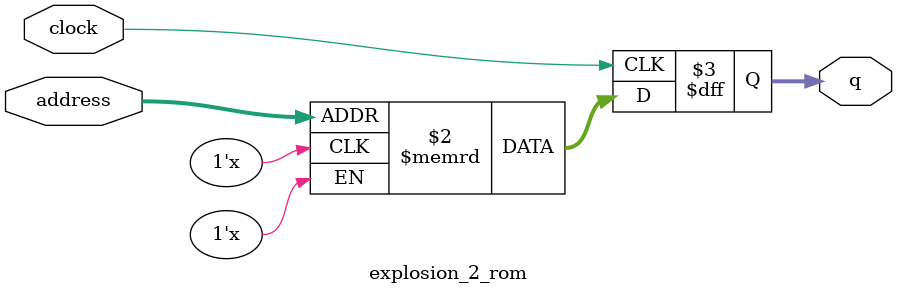
<source format=sv>
module explosion_2_rom (
	input logic clock,
	input logic [9:0] address,
	output logic [2:0] q
);

logic [2:0] memory [0:1023] /* synthesis ram_init_file = "./explosion_2/explosion_2.mif" */;

always_ff @ (posedge clock) begin
	q <= memory[address];
end

endmodule

</source>
